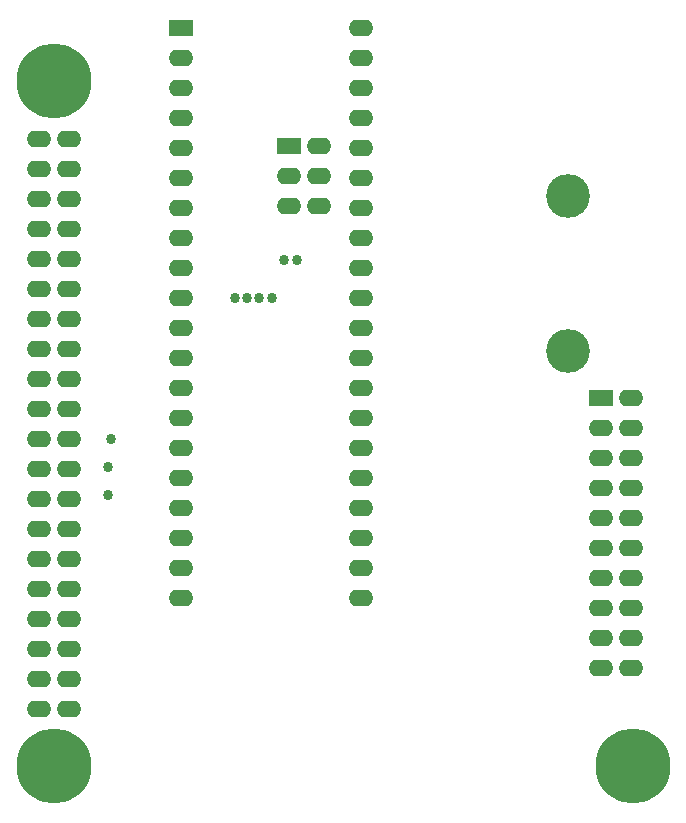
<source format=gbs>
G04 Layer_Color=8150272*
%FSLAX25Y25*%
%MOIN*%
G70*
G01*
G75*
%ADD88O,0.08100X0.05600*%
%ADD89C,0.25010*%
%ADD90C,0.14600*%
%ADD91O,0.08100X0.05600*%
%ADD92R,0.08100X0.05600*%
%ADD93C,0.03400*%
D88*
X118921Y133622D02*
D03*
X108921D02*
D03*
X118921Y143622D02*
D03*
X108921D02*
D03*
X118921Y153622D02*
D03*
X108921D02*
D03*
X118921Y163622D02*
D03*
X108921D02*
D03*
X118921Y173622D02*
D03*
X108921D02*
D03*
X118921Y183622D02*
D03*
X108921D02*
D03*
X118921Y193622D02*
D03*
X108921D02*
D03*
X118921Y203622D02*
D03*
X108921D02*
D03*
X118921Y213622D02*
D03*
X108921D02*
D03*
X118921Y223622D02*
D03*
X108921D02*
D03*
X118921Y233622D02*
D03*
X108921D02*
D03*
X118921Y243622D02*
D03*
X108921D02*
D03*
X118921Y253622D02*
D03*
X108921D02*
D03*
X118921Y263622D02*
D03*
X108921D02*
D03*
X118921Y273622D02*
D03*
X108921D02*
D03*
X118921Y283622D02*
D03*
X108921D02*
D03*
X118921Y293622D02*
D03*
X108921D02*
D03*
X118921Y303622D02*
D03*
X108921D02*
D03*
X118921Y313622D02*
D03*
X108921D02*
D03*
X118921Y323622D02*
D03*
X108921D02*
D03*
D89*
X114000Y114500D02*
D03*
Y342846D02*
D03*
X306913Y114500D02*
D03*
D90*
X285500Y252634D02*
D03*
Y304366D02*
D03*
D91*
X306500Y147000D02*
D03*
Y157000D02*
D03*
Y167000D02*
D03*
Y177000D02*
D03*
Y187000D02*
D03*
Y197000D02*
D03*
Y207000D02*
D03*
Y217000D02*
D03*
Y227000D02*
D03*
Y237000D02*
D03*
X296500Y147000D02*
D03*
Y157000D02*
D03*
Y167000D02*
D03*
Y177000D02*
D03*
Y187000D02*
D03*
Y197000D02*
D03*
Y207000D02*
D03*
Y217000D02*
D03*
Y227000D02*
D03*
X156500Y350500D02*
D03*
Y340500D02*
D03*
Y330500D02*
D03*
Y320500D02*
D03*
Y310500D02*
D03*
Y300500D02*
D03*
Y290500D02*
D03*
Y280500D02*
D03*
Y270500D02*
D03*
Y260500D02*
D03*
Y250500D02*
D03*
Y240500D02*
D03*
Y230500D02*
D03*
Y220500D02*
D03*
Y210500D02*
D03*
Y200500D02*
D03*
Y190500D02*
D03*
Y180500D02*
D03*
Y170500D02*
D03*
X216500Y360500D02*
D03*
Y350500D02*
D03*
Y340500D02*
D03*
Y330500D02*
D03*
Y320500D02*
D03*
Y310500D02*
D03*
Y300500D02*
D03*
Y290500D02*
D03*
Y280500D02*
D03*
Y270500D02*
D03*
Y260500D02*
D03*
Y250500D02*
D03*
Y240500D02*
D03*
Y230500D02*
D03*
Y220500D02*
D03*
Y210500D02*
D03*
Y200500D02*
D03*
Y190500D02*
D03*
Y180500D02*
D03*
Y170500D02*
D03*
X192500Y311000D02*
D03*
Y301000D02*
D03*
X202500Y321000D02*
D03*
Y311000D02*
D03*
Y301000D02*
D03*
D92*
X296500Y237000D02*
D03*
X156500Y360500D02*
D03*
X192500Y321000D02*
D03*
D93*
X132144Y204644D02*
D03*
X133000Y223500D02*
D03*
X132144Y214144D02*
D03*
X174500Y270500D02*
D03*
X178500D02*
D03*
X182500D02*
D03*
X186800D02*
D03*
X190700Y283000D02*
D03*
X195000D02*
D03*
M02*

</source>
